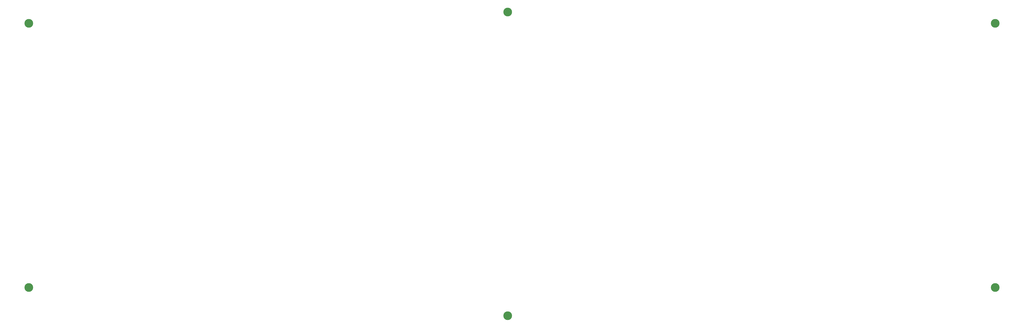
<source format=gbr>
%TF.GenerationSoftware,KiCad,Pcbnew,(5.1.9)-1*%
%TF.CreationDate,2021-02-22T13:55:34+01:00*%
%TF.ProjectId,backplate,6261636b-706c-4617-9465-2e6b69636164,rev?*%
%TF.SameCoordinates,Original*%
%TF.FileFunction,Soldermask,Bot*%
%TF.FilePolarity,Negative*%
%FSLAX46Y46*%
G04 Gerber Fmt 4.6, Leading zero omitted, Abs format (unit mm)*
G04 Created by KiCad (PCBNEW (5.1.9)-1) date 2021-02-22 13:55:34*
%MOMM*%
%LPD*%
G01*
G04 APERTURE LIST*
%ADD10C,3.000000*%
G04 APERTURE END LIST*
D10*
%TO.C,REF\u002A\u002A*%
X211836000Y-181991000D03*
%TD*%
%TO.C,REF\u002A\u002A*%
X211836000Y-77216000D03*
%TD*%
%TO.C,REF\u002A\u002A*%
X379476000Y-172212000D03*
%TD*%
%TO.C,REF\u002A\u002A*%
X379476000Y-81153000D03*
%TD*%
%TO.C,REF\u002A\u002A*%
X47117000Y-81153000D03*
%TD*%
%TO.C,REF\u002A\u002A*%
X47117000Y-172212000D03*
%TD*%
M02*

</source>
